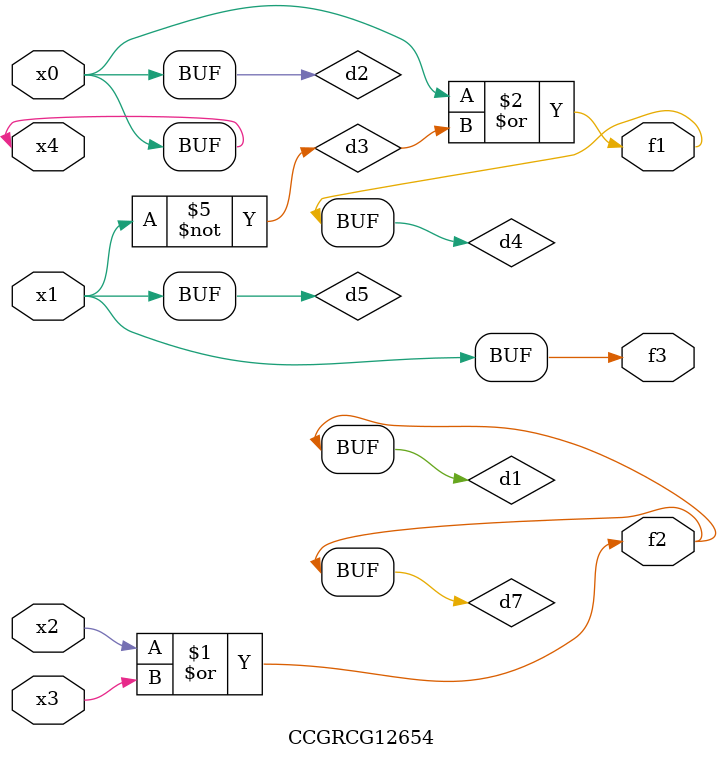
<source format=v>
module CCGRCG12654(
	input x0, x1, x2, x3, x4,
	output f1, f2, f3
);

	wire d1, d2, d3, d4, d5, d6, d7;

	or (d1, x2, x3);
	buf (d2, x0, x4);
	not (d3, x1);
	or (d4, d2, d3);
	not (d5, d3);
	nand (d6, d1, d3);
	or (d7, d1);
	assign f1 = d4;
	assign f2 = d7;
	assign f3 = d5;
endmodule

</source>
